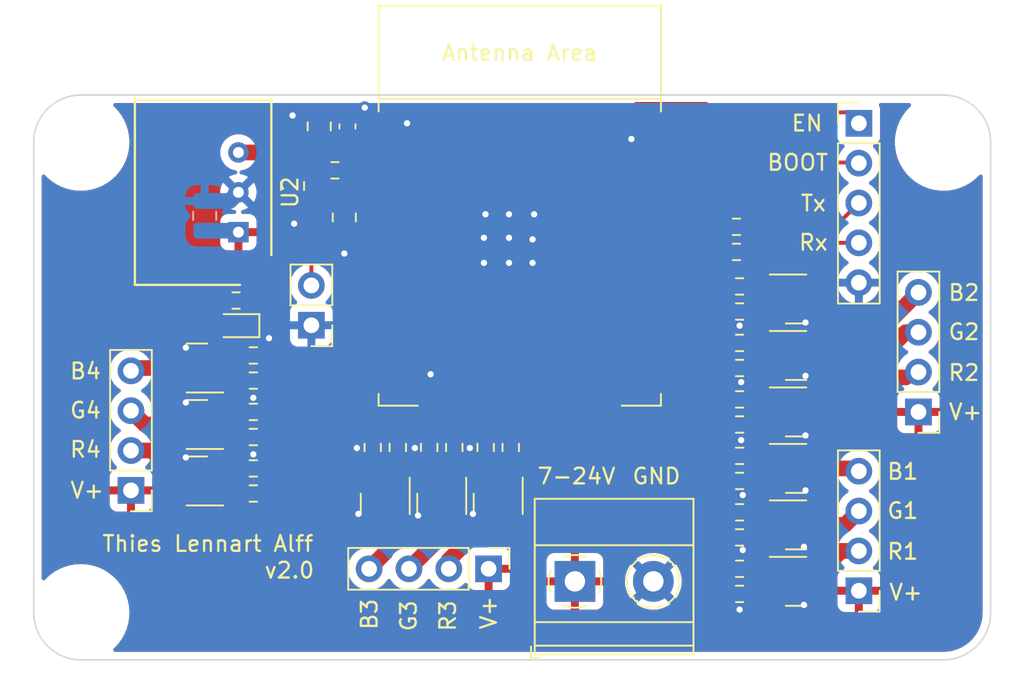
<source format=kicad_pcb>
(kicad_pcb (version 20211014) (generator pcbnew)

  (general
    (thickness 1.6)
  )

  (paper "A4")
  (layers
    (0 "F.Cu" signal)
    (31 "B.Cu" signal)
    (32 "B.Adhes" user "B.Adhesive")
    (33 "F.Adhes" user "F.Adhesive")
    (34 "B.Paste" user)
    (35 "F.Paste" user)
    (36 "B.SilkS" user "B.Silkscreen")
    (37 "F.SilkS" user "F.Silkscreen")
    (38 "B.Mask" user)
    (39 "F.Mask" user)
    (40 "Dwgs.User" user "User.Drawings")
    (41 "Cmts.User" user "User.Comments")
    (42 "Eco1.User" user "User.Eco1")
    (43 "Eco2.User" user "User.Eco2")
    (44 "Edge.Cuts" user)
    (45 "Margin" user)
    (46 "B.CrtYd" user "B.Courtyard")
    (47 "F.CrtYd" user "F.Courtyard")
    (48 "B.Fab" user)
    (49 "F.Fab" user)
    (50 "User.1" user)
    (51 "User.2" user)
    (52 "User.3" user)
    (53 "User.4" user)
    (54 "User.5" user)
    (55 "User.6" user)
    (56 "User.7" user)
    (57 "User.8" user)
    (58 "User.9" user)
  )

  (setup
    (stackup
      (layer "F.SilkS" (type "Top Silk Screen"))
      (layer "F.Paste" (type "Top Solder Paste"))
      (layer "F.Mask" (type "Top Solder Mask") (thickness 0.01))
      (layer "F.Cu" (type "copper") (thickness 0.035))
      (layer "dielectric 1" (type "core") (thickness 1.51) (material "FR4") (epsilon_r 4.5) (loss_tangent 0.02))
      (layer "B.Cu" (type "copper") (thickness 0.035))
      (layer "B.Mask" (type "Bottom Solder Mask") (thickness 0.01))
      (layer "B.Paste" (type "Bottom Solder Paste"))
      (layer "B.SilkS" (type "Bottom Silk Screen"))
      (copper_finish "None")
      (dielectric_constraints no)
    )
    (pad_to_mask_clearance 0)
    (pcbplotparams
      (layerselection 0x00010fc_ffffffff)
      (disableapertmacros false)
      (usegerberextensions false)
      (usegerberattributes true)
      (usegerberadvancedattributes true)
      (creategerberjobfile true)
      (svguseinch false)
      (svgprecision 6)
      (excludeedgelayer true)
      (plotframeref false)
      (viasonmask false)
      (mode 1)
      (useauxorigin false)
      (hpglpennumber 1)
      (hpglpenspeed 20)
      (hpglpendiameter 15.000000)
      (dxfpolygonmode true)
      (dxfimperialunits true)
      (dxfusepcbnewfont true)
      (psnegative false)
      (psa4output false)
      (plotreference true)
      (plotvalue true)
      (plotinvisibletext false)
      (sketchpadsonfab false)
      (subtractmaskfromsilk false)
      (outputformat 1)
      (mirror false)
      (drillshape 1)
      (scaleselection 1)
      (outputdirectory "")
    )
  )

  (net 0 "")
  (net 1 "GND")
  (net 2 "+24V")
  (net 3 "+3V3")
  (net 4 "Net-(D1-Pad2)")
  (net 5 "Net-(J2-Pad3)")
  (net 6 "/RGB_2/pwm_nfet_1/SWITCHED_GND")
  (net 7 "/RGB_2/pwm_nfet_2/SWITCHED_GND")
  (net 8 "/RGB_2/pwm_nfet_3/SWITCHED_GND")
  (net 9 "/RGB_3/pwm_nfet_1/SWITCHED_GND")
  (net 10 "/RGB_3/pwm_nfet_2/SWITCHED_GND")
  (net 11 "/RGB_3/pwm_nfet_3/SWITCHED_GND")
  (net 12 "/RGB_1/pwm_nfet_1/SWITCHED_GND")
  (net 13 "/RGB_1/pwm_nfet_2/SWITCHED_GND")
  (net 14 "/RGB_1/pwm_nfet_3/SWITCHED_GND")
  (net 15 "/RGB_4/pwm_nfet_1/SWITCHED_GND")
  (net 16 "/RGB_4/pwm_nfet_2/SWITCHED_GND")
  (net 17 "/RGB_4/pwm_nfet_3/SWITCHED_GND")
  (net 18 "/EN")
  (net 19 "/BOOT_MODE")
  (net 20 "Net-(Q3-Pad1)")
  (net 21 "Net-(Q4-Pad1)")
  (net 22 "Net-(Q5-Pad1)")
  (net 23 "Net-(Q6-Pad1)")
  (net 24 "Net-(Q7-Pad1)")
  (net 25 "Net-(Q8-Pad1)")
  (net 26 "Net-(Q9-Pad1)")
  (net 27 "Net-(Q10-Pad1)")
  (net 28 "Net-(Q11-Pad1)")
  (net 29 "Net-(Q12-Pad1)")
  (net 30 "Net-(Q13-Pad1)")
  (net 31 "Net-(Q14-Pad1)")
  (net 32 "/TX_MC")
  (net 33 "/RX_MC")
  (net 34 "/RED_1_SIGNAL")
  (net 35 "/BLUE_1_SIGNAL")
  (net 36 "/RED_2_SIGNAL")
  (net 37 "/BLUE_2_SIGNAL")
  (net 38 "/GREEN_2_SIGNAL")
  (net 39 "/RED_3_SIGNAL")
  (net 40 "/BLUE_3_SIGNAL")
  (net 41 "/GREEN_3_SIGNAL")
  (net 42 "/RED_4_SIGNAL")
  (net 43 "/BLUE_4_SIGNAL")
  (net 44 "/GREEN_1_SIGNAL")
  (net 45 "/GREEN_4_SIGNAL")
  (net 46 "unconnected-(U1-Pad9)")
  (net 47 "unconnected-(U1-Pad8)")
  (net 48 "unconnected-(U1-Pad7)")
  (net 49 "unconnected-(U1-Pad6)")
  (net 50 "unconnected-(U1-Pad5)")
  (net 51 "unconnected-(U1-Pad4)")
  (net 52 "unconnected-(U1-Pad17)")
  (net 53 "unconnected-(U1-Pad18)")
  (net 54 "unconnected-(U1-Pad19)")
  (net 55 "unconnected-(U1-Pad20)")
  (net 56 "unconnected-(U1-Pad21)")
  (net 57 "unconnected-(U1-Pad22)")
  (net 58 "unconnected-(U1-Pad23)")
  (net 59 "unconnected-(U1-Pad24)")
  (net 60 "unconnected-(U1-Pad32)")
  (net 61 "unconnected-(U1-Pad33)")
  (net 62 "unconnected-(U1-Pad36)")
  (net 63 "unconnected-(U1-Pad37)")
  (net 64 "Net-(J2-Pad4)")

  (footprint "Resistor_SMD:R_0603_1608Metric" (layer "F.Cu") (at 107.81 100.4625 -90))

  (footprint "Resistor_SMD:R_0603_1608Metric" (layer "F.Cu") (at 95 101.8))

  (footprint "custom:MountingHole_3.2mm_M3_ISO7380" (layer "F.Cu") (at 139 81))

  (footprint "Resistor_SMD:R_0603_1608Metric" (layer "F.Cu") (at 104.21 100.4625 -90))

  (footprint "LED_SMD:LED_0603_1608Metric" (layer "F.Cu") (at 93.9 92.7 180))

  (footprint "Espressif:ESP32-WROOM-32E" (layer "F.Cu") (at 111.985 86.8))

  (footprint "custom:MountingHole_3.2mm_M3_ISO7380" (layer "F.Cu") (at 84 111))

  (footprint "Connector_PinHeader_2.54mm:PinHeader_1x04_P2.54mm_Vertical" (layer "F.Cu") (at 110 108.2 -90))

  (footprint "Resistor_SMD:R_0603_1608Metric" (layer "F.Cu") (at 126 101))

  (footprint "Resistor_SMD:R_0603_1608Metric" (layer "F.Cu") (at 126 97.4))

  (footprint "Resistor_SMD:R_0603_1608Metric" (layer "F.Cu") (at 93.9 91.1))

  (footprint "Connector_PinHeader_2.54mm:PinHeader_1x02_P2.54mm_Vertical" (layer "F.Cu") (at 98.7 92.675 180))

  (footprint "Connector_PinHeader_2.54mm:PinHeader_1x04_P2.54mm_Vertical" (layer "F.Cu") (at 133.6 109.6 180))

  (footprint "Connector_PinHeader_2.54mm:PinHeader_1x04_P2.54mm_Vertical" (layer "F.Cu") (at 137.4 98.2 180))

  (footprint "TerminalBlock_Phoenix:TerminalBlock_Phoenix_MKDS-1,5-2_1x02_P5.00mm_Horizontal" (layer "F.Cu") (at 115.5 109))

  (footprint "Connector_PinHeader_2.54mm:PinHeader_1x05_P2.54mm_Vertical" (layer "F.Cu") (at 133.6 79.8))

  (footprint "Package_TO_SOT_SMD:SOT-23" (layer "F.Cu") (at 129.6 91))

  (footprint "Package_TO_SOT_SMD:SOT-23" (layer "F.Cu") (at 91.4 102.6 180))

  (footprint "Resistor_SMD:R_0603_1608Metric" (layer "F.Cu") (at 95 94.6))

  (footprint "Resistor_SMD:R_0603_1608Metric" (layer "F.Cu") (at 126 106.2 180))

  (footprint "Resistor_SMD:R_0603_1608Metric" (layer "F.Cu") (at 95 99.8 180))

  (footprint "Package_SIP:SIP3_11.6x8.5mm" (layer "F.Cu") (at 94.05 86.74 90))

  (footprint "Resistor_SMD:R_0603_1608Metric" (layer "F.Cu") (at 126 108.2))

  (footprint "Resistor_SMD:R_0603_1608Metric" (layer "F.Cu") (at 106.21 100.4625 90))

  (footprint "Resistor_SMD:R_0603_1608Metric" (layer "F.Cu") (at 126 104.6))

  (footprint "Resistor_SMD:R_0603_1608Metric" (layer "F.Cu") (at 100.2 82.8))

  (footprint "Package_TO_SOT_SMD:SOT-23" (layer "F.Cu") (at 91.4 99 180))

  (footprint "Package_TO_SOT_SMD:SOT-23" (layer "F.Cu") (at 129.6 101.8))

  (footprint "Package_TO_SOT_SMD:SOT-23" (layer "F.Cu") (at 129.6 109))

  (footprint "Resistor_SMD:R_0603_1608Metric" (layer "F.Cu") (at 102.61 100.4625 90))

  (footprint "custom:MountingHole_3.2mm_M3_ISO7380" (layer "F.Cu") (at 84 81))

  (footprint "Capacitor_SMD:C_0805_2012Metric" (layer "F.Cu") (at 99.2 80 90))

  (footprint "Connector_PinHeader_2.54mm:PinHeader_1x04_P2.54mm_Vertical" (layer "F.Cu") (at 87.2 103.2 180))

  (footprint "Package_TO_SOT_SMD:SOT-23" (layer "F.Cu") (at 107.01 104.0625 -90))

  (footprint "Resistor_SMD:R_0603_1608Metric" (layer "F.Cu") (at 95 98.2))

  (footprint "Resistor_SMD:R_0603_1608Metric" (layer "F.Cu") (at 126 95.4 180))

  (footprint "Capacitor_SMD:C_0805_2012Metric" (layer "F.Cu") (at 100.8 85.8 90))

  (footprint "Resistor_SMD:R_0603_1608Metric" (layer "F.Cu") (at 111.41 100.4625 -90))

  (footprint "Resistor_SMD:R_0603_1608Metric" (layer "F.Cu") (at 126 90.2))

  (footprint "Package_TO_SOT_SMD:SOT-23" (layer "F.Cu") (at 91.4 95.4 180))

  (footprint "Package_TO_SOT_SMD:SOT-23" (layer "F.Cu") (at 110.61 104.0625 -90))

  (footprint "Capacitor_SMD:C_0603_1608Metric" (layer "F.Cu") (at 101 80 90))

  (footprint "Package_TO_SOT_SMD:SOT-23" (layer "F.Cu") (at 103.41 104.0625 -90))

  (footprint "Resistor_SMD:R_0603_1608Metric" (layer "F.Cu") (at 125.8 88))

  (footprint "Resistor_SMD:R_0603_1608Metric" (layer "F.Cu") (at 126 102.6 180))

  (footprint "Resistor_SMD:R_0603_1608Metric" (layer "F.Cu") (at 126 109.8 180))

  (footprint "Capacitor_SMD:C_0805_2012Metric" (layer "F.Cu") (at 97.5 83.8 -90))

  (footprint "Resistor_SMD:R_0603_1608Metric" (layer "F.Cu") (at 109.81 100.4625 90))

  (footprint "Resistor_SMD:R_0603_1608Metric" (layer "F.Cu") (at 126 91.8 180))

  (footprint "Resistor_SMD:R_0603_1608Metric" (layer "F.Cu") (at 125.8 86.4))

  (footprint "Package_TO_SOT_SMD:SOT-23" (layer "F.Cu") (at 129.6 94.6))

  (footprint "Package_TO_SOT_SMD:SOT-23" (layer "F.Cu") (at 129.6 98.2))

  (footprint "Resistor_SMD:R_0603_1608Metric" (layer "F.Cu") (at 126 93.8))

  (footprint "Resistor_SMD:R_0603_1608Metric" (layer "F.Cu") (at 95 96.2 180))

  (footprint "Resistor_SMD:R_0603_1608Metric" (layer "F.Cu") (at 126 99 180))

  (footprint "Resistor_SMD:R_0603_1608Metric" (layer "F.Cu") (at 95 103.4 180))

  (footprint "Package_TO_SOT_SMD:SOT-23" (layer "F.Cu")
    (tedit 5FA16958) (tstamp ffc78912-c96c-41eb-8505-34f32ae617a8)
    (at 129.6 105.4)
    (descr "SOT, 3 Pin (https://www.jedec.org/system/files/docs/to-236h.pdf variant AB), generated with kicad-footprint-generator ipc_gullwing_generator.py")
    (tags "SOT TO_SOT_SMD")
    (property "Sheetfile" "pwm_nfet.kicad_sch")
    (property "Sheetname" "pwm_nfet_2")
    (path "/3ac5f684-a8fd-40fe-be51-7259945f7e9f/24fa19dd-d1ba-472c-9590-e1005d120012/54b7405f-88db-41af-a8e9-82d894fabec5")
    (attr smd)
    (fp_text reference "Q13" (at 0 -2.4) (layer "F.SilkS") hide
      (effects (font (size 1 1) (thickness 0.15)))
      (tstamp 5328715f-875b-40df-ba7a-585749b81832)
    )
    (fp_text value "SI2304DDS-T1-BE3" (at 0 2.4) (layer "F.Fab")
      (effects (font (size 1 1) (thickness 0.15)))
      (tstamp 56587873-3f6f-4d42-9c0f-b7450ee0c229)
    )
    (fp_text user "${REFERENCE}" (at 0 0) (layer "F.Fab")
      (effects (font (size 0.32 0.32) (thickness 0.05)))
      (tstamp e712d1ab-36ae-4f93-98c4-ca0bc91c075e)
    )
    (fp_line (start 0 -1.56) (end 0.65 -1.56) (layer "F.SilkS") (width 0.12) (tstamp 4192b7a7-1723-495b-942d-c406b2002374))
    (fp_line (start 0 1.56) (end 0.65 1.56) (layer "F.SilkS") (width 0.12) (tstamp c3c21a60-41a3-43d0-98e5-735e58804f46))
    (fp_line (start 0 -1.56) (end -1.675 -1.56) (layer "F.SilkS") (width 0.12) (tstamp d195eeb1-8ef7-4e7e-90da-002e4f5a18c1))
    (fp_line (start 0 1.56) (end -0.65 1.56) (layer "F.SilkS") (width 0.12) (tstamp eadb9db5-9fd2-4aa8-9fcc-74d06297e759))
    (fp_line (start 1.92 -1.7) (end -1.92 -1.7) (layer "F.CrtYd") (width 0.05) (tstamp 67db6d7c-4fa9-4e44-a030-321dde4364e1))
    (fp_line (start 1.92 1.7) (end 1.92 -1.7) (layer "F.CrtYd") (width 0.05) (tstamp 7a273ebe-7575-4c9f-a992-1b838d8da363))
    (fp_line (start -1.92 1.7) (end 1.92 1.7) (layer "F.CrtYd") (width 0.05) (tstamp 93fffb7d-9aec-48fb-9aad-526f15f841b3))
    (fp_line (start -1.92 -1.7) (end -1.92 1.7) (layer "F.CrtYd") (width 0.05) (tstamp f9bbb4d3-271c-428b-b145-65fd5faf2fe9))
    (fp_line (start 0.65 -1.45) (end 0.65 1.45) (layer "F.Fab") (width 0.1) (tstamp 030dee55-21f2-460b-8fbf-4677db4a76df))
    (fp_line (start -0.65 -1.125) (end -0.325 -1.45) (layer "F.Fab") (width 0.1) (tstamp 4d97bb68-5850-4e8d-a92b-bf304e827143))
    (fp_line (start -0.325 -1.45) (end 0.65 -1.45) (layer "F.Fab") (width 0.1) (tstamp 609b5249-2c19-4a1d-8e94-acab54e7ae36))
    (fp_line (start 0.65 1.45) (end -0.65 1.45) (layer "F.Fab") (width 0.1) (tstamp e238f805-9c37-4edc-a91d-5d097fd33959))
    (fp_line (start -0.65 1.45) (end -0.65 -1.125) (layer "F.Fab") (width 0.1) (tstamp fb0e51ba-a8d0-4397-ae89-da70bd29f33f))
    (pad "1" smd roundrect (at -0.9375 -0.95) (size 1.475 0.6) (layers "F.Cu" "F.Paste" "F.Mask") (roundrect_rratio 0.25)
      (net 30 "Net-(Q13-Pad1)") (pinfunction "G") (pintype "input") (tstamp f4cb6224-c6c3-4ee4-aaae-ccfed666ae36))
    (pad "2" smd roundrect (at -0.9375 0.95) (size 1.475 0.6) (layers "F.Cu" "F.Paste" "F.Mask") (roundrect_rratio 0.25)
      (net 1 "GND") (pinfunction "S") (pintype "passive") (tstamp 8e421c1b-dd
... [241959 chars truncated]
</source>
